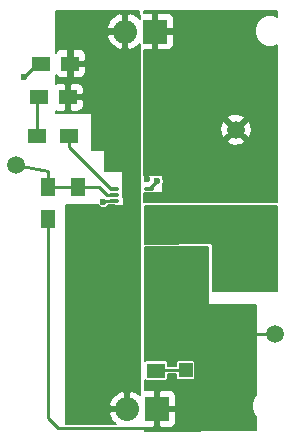
<source format=gtl>
G04 #@! TF.FileFunction,Copper,L1,Top,Signal*
%FSLAX46Y46*%
G04 Gerber Fmt 4.6, Leading zero omitted, Abs format (unit mm)*
G04 Created by KiCad (PCBNEW 4.0.5) date Sunday, February 19, 2017 'PMt' 07:14:27 PM*
%MOMM*%
%LPD*%
G01*
G04 APERTURE LIST*
%ADD10C,0.100000*%
%ADD11R,1.500000X1.250000*%
%ADD12R,6.300000X0.950000*%
%ADD13R,1.166000X2.200000*%
%ADD14R,2.032000X2.032000*%
%ADD15O,2.032000X2.032000*%
%ADD16R,1.500000X1.300000*%
%ADD17R,1.300000X1.500000*%
%ADD18C,0.400000*%
%ADD19O,0.850000X0.280000*%
%ADD20R,0.280000X3.800000*%
%ADD21R,1.650000X2.400000*%
%ADD22R,2.000000X1.600000*%
%ADD23R,3.500120X1.800860*%
%ADD24R,1.198880X1.198880*%
%ADD25C,1.500000*%
%ADD26C,0.600000*%
%ADD27C,0.250000*%
%ADD28C,0.152400*%
G04 APERTURE END LIST*
D10*
D11*
X164597400Y-115697000D03*
X162097400Y-115697000D03*
X154706000Y-107543600D03*
X157206000Y-107543600D03*
X154502800Y-110388400D03*
X157002800Y-110388400D03*
D10*
G36*
X172694772Y-116114973D02*
X174171349Y-117310681D01*
X173542028Y-118087827D01*
X172065451Y-116892119D01*
X172694772Y-116114973D01*
X172694772Y-116114973D01*
G37*
G36*
X170651349Y-116882119D02*
X169174772Y-118077827D01*
X168545451Y-117300681D01*
X170022028Y-116104973D01*
X170651349Y-116882119D01*
X170651349Y-116882119D01*
G37*
G36*
X174171349Y-120992119D02*
X172694772Y-122187827D01*
X172065451Y-121410681D01*
X173542028Y-120214973D01*
X174171349Y-120992119D01*
X174171349Y-120992119D01*
G37*
D12*
X171348400Y-116476400D03*
X171348400Y-121826400D03*
D13*
X168781400Y-121201400D03*
X168781400Y-117101400D03*
X173915400Y-121201400D03*
X173915400Y-117101400D03*
D10*
G36*
X169164772Y-120214973D02*
X170641349Y-121410681D01*
X170012028Y-122187827D01*
X168535451Y-120992119D01*
X169164772Y-120214973D01*
X169164772Y-120214973D01*
G37*
D14*
X164388800Y-104825800D03*
D15*
X161848800Y-104825800D03*
D14*
X164566600Y-136804400D03*
D15*
X162026600Y-136804400D03*
D16*
X157077400Y-113690400D03*
X154377400Y-113690400D03*
D17*
X155295600Y-120679200D03*
X155295600Y-117979200D03*
X157835600Y-117953800D03*
X157835600Y-120653800D03*
D18*
X161885695Y-118407000D03*
X162885695Y-118407000D03*
X161885695Y-119907000D03*
X162885695Y-119907000D03*
D19*
X163860695Y-118157000D03*
X163860695Y-118657000D03*
X163860695Y-120157000D03*
X163860695Y-119657000D03*
X160910695Y-118157000D03*
X160910695Y-118657000D03*
X160910695Y-120157000D03*
X160910695Y-119657000D03*
X160910695Y-119157000D03*
D20*
X162135695Y-119157000D03*
D21*
X162385695Y-119157000D03*
D20*
X162635695Y-119157000D03*
D19*
X163860695Y-119157000D03*
D18*
X162385695Y-119157000D03*
D22*
X165220400Y-109982000D03*
X161220400Y-109982000D03*
X165245800Y-112801400D03*
X161245800Y-112801400D03*
X165296600Y-128955800D03*
X161296600Y-128955800D03*
D23*
X166359840Y-125349000D03*
X171358560Y-125349000D03*
D24*
X169044620Y-133502400D03*
X166946580Y-133502400D03*
D16*
X164468800Y-133527800D03*
X161768800Y-133527800D03*
D25*
X171221400Y-113131600D03*
X152577800Y-116154200D03*
X174548800Y-130454400D03*
D26*
X164566600Y-117500400D03*
X153238200Y-108661200D03*
X159994600Y-119234400D03*
X163703000Y-117297200D03*
D27*
X164566600Y-117500400D02*
X164517295Y-117500400D01*
X164517295Y-117500400D02*
X163860695Y-118157000D01*
X154706000Y-107543600D02*
X154355800Y-107543600D01*
X154355800Y-107543600D02*
X153238200Y-108661200D01*
X154706000Y-107543600D02*
X154584400Y-107543600D01*
X154377400Y-113690400D02*
X154377400Y-110513800D01*
X154377400Y-110513800D02*
X154502800Y-110388400D01*
X157955400Y-115468400D02*
X157955400Y-115486705D01*
X157955400Y-115486705D02*
X160625695Y-118157000D01*
X160625695Y-118157000D02*
X160910695Y-118157000D01*
X157077400Y-113690400D02*
X157077400Y-114590400D01*
X157077400Y-114590400D02*
X157955400Y-115468400D01*
X163703000Y-117297200D02*
X163703000Y-116743800D01*
X160072000Y-119157000D02*
X159994600Y-119234400D01*
X160910695Y-119157000D02*
X160072000Y-119157000D01*
X163703000Y-116743800D02*
X164597400Y-115697000D01*
X173118400Y-117101400D02*
X173915400Y-117101400D01*
X168781400Y-117101400D02*
X169588400Y-117101400D01*
X169588400Y-117101400D02*
X170213400Y-116476400D01*
X170213400Y-116476400D02*
X172493400Y-116476400D01*
X172493400Y-116476400D02*
X173118400Y-117101400D01*
X163860695Y-118657000D02*
X163860695Y-119157000D01*
X168781400Y-117101400D02*
X167948400Y-117101400D01*
X164535695Y-118657000D02*
X163860695Y-118657000D01*
X167948400Y-117101400D02*
X166392800Y-118657000D01*
X166392800Y-118657000D02*
X164535695Y-118657000D01*
X174548800Y-130454400D02*
X172092620Y-130454400D01*
X172092620Y-130454400D02*
X169044620Y-133502400D01*
X155295600Y-120679200D02*
X155295600Y-137541000D01*
X155295600Y-137541000D02*
X156159200Y-138404600D01*
X156159200Y-138404600D02*
X164232400Y-138404600D01*
X164232400Y-138404600D02*
X164566600Y-138070400D01*
X164566600Y-138070400D02*
X164566600Y-136804400D01*
X157835600Y-117953800D02*
X159609800Y-117953800D01*
X160313000Y-118657000D02*
X160910695Y-118657000D01*
X159609800Y-117953800D02*
X160313000Y-118657000D01*
X152577800Y-116154200D02*
X155295600Y-116611400D01*
X155295600Y-116611400D02*
X155295600Y-117979200D01*
X157835600Y-117953800D02*
X154787600Y-117953800D01*
X166946580Y-133502400D02*
X164494200Y-133502400D01*
X164494200Y-133502400D02*
X164468800Y-133527800D01*
X173915400Y-121201400D02*
X173118400Y-121201400D01*
X173118400Y-121201400D02*
X172493400Y-121826400D01*
X172493400Y-121826400D02*
X171348400Y-121826400D01*
X168781400Y-121201400D02*
X169588400Y-121201400D01*
X169588400Y-121201400D02*
X170213400Y-121826400D01*
X170213400Y-121826400D02*
X171348400Y-121826400D01*
D28*
G36*
X163051229Y-103099212D02*
X163051554Y-103791087D01*
X162639714Y-103434709D01*
X162273187Y-103282901D01*
X162026600Y-103382561D01*
X162026600Y-104648000D01*
X162046600Y-104648000D01*
X162046600Y-105003600D01*
X162026600Y-105003600D01*
X162026600Y-106269039D01*
X162273187Y-106368699D01*
X162639714Y-106216891D01*
X163052524Y-105859673D01*
X163058584Y-118771529D01*
X162913067Y-118771049D01*
X162527116Y-119157000D01*
X162913067Y-119542951D01*
X163058945Y-119542470D01*
X163066494Y-135628760D01*
X162817514Y-135413309D01*
X162450987Y-135261501D01*
X162204400Y-135361161D01*
X162204400Y-136626600D01*
X162224400Y-136626600D01*
X162224400Y-136982200D01*
X162204400Y-136982200D01*
X162204400Y-137002200D01*
X161848800Y-137002200D01*
X161848800Y-136982200D01*
X160582346Y-136982200D01*
X160483689Y-137228789D01*
X160763543Y-137786931D01*
X161068708Y-138051000D01*
X156795229Y-138051000D01*
X156797419Y-136380011D01*
X160483689Y-136380011D01*
X160582346Y-136626600D01*
X161848800Y-136626600D01*
X161848800Y-135361161D01*
X161602213Y-135261501D01*
X161235686Y-135413309D01*
X160763543Y-135821869D01*
X160483689Y-136380011D01*
X156797419Y-136380011D01*
X156819500Y-119532800D01*
X159559900Y-119547147D01*
X159694781Y-119682264D01*
X159888994Y-119762908D01*
X160099284Y-119763092D01*
X160289801Y-119684372D01*
X161999744Y-119684372D01*
X162000315Y-119857560D01*
X162297743Y-119951711D01*
X162608560Y-119924875D01*
X162771075Y-119857560D01*
X162771646Y-119684372D01*
X162385695Y-119298421D01*
X161999744Y-119684372D01*
X160289801Y-119684372D01*
X160293637Y-119682787D01*
X160424976Y-119551676D01*
X161594401Y-119557799D01*
X161624078Y-119551951D01*
X161649142Y-119535017D01*
X161665643Y-119509667D01*
X161667517Y-119499847D01*
X161685135Y-119542380D01*
X161858323Y-119542951D01*
X162244274Y-119157000D01*
X161858323Y-118771049D01*
X161685135Y-118771620D01*
X161671000Y-118816273D01*
X161671000Y-118629628D01*
X161999744Y-118629628D01*
X162385695Y-119015579D01*
X162771646Y-118629628D01*
X162771075Y-118456440D01*
X162473647Y-118362289D01*
X162162830Y-118389125D01*
X162000315Y-118456440D01*
X161999744Y-118629628D01*
X161671000Y-118629628D01*
X161671000Y-116713000D01*
X161664997Y-116683354D01*
X161647932Y-116658379D01*
X161622495Y-116642011D01*
X161594800Y-116636800D01*
X160145910Y-116636800D01*
X160120785Y-114892876D01*
X160114355Y-114863320D01*
X160096933Y-114838594D01*
X160071263Y-114822594D01*
X160044755Y-114817774D01*
X159044804Y-114815649D01*
X159054800Y-111811054D01*
X159048895Y-111781388D01*
X159031913Y-111756356D01*
X159006531Y-111739904D01*
X158978643Y-111734600D01*
X155956000Y-111732910D01*
X155956000Y-111522795D01*
X156136595Y-111597600D01*
X156678950Y-111597600D01*
X156825000Y-111451550D01*
X156825000Y-110566200D01*
X157180600Y-110566200D01*
X157180600Y-111451550D01*
X157326650Y-111597600D01*
X157869005Y-111597600D01*
X158083723Y-111508661D01*
X158248061Y-111344322D01*
X158337000Y-111129604D01*
X158337000Y-110712250D01*
X158190950Y-110566200D01*
X157180600Y-110566200D01*
X156825000Y-110566200D01*
X156805000Y-110566200D01*
X156805000Y-110210600D01*
X156825000Y-110210600D01*
X156825000Y-109325250D01*
X157180600Y-109325250D01*
X157180600Y-110210600D01*
X158190950Y-110210600D01*
X158337000Y-110064550D01*
X158337000Y-109647196D01*
X158248061Y-109432478D01*
X158083723Y-109268139D01*
X157869005Y-109179200D01*
X157326650Y-109179200D01*
X157180600Y-109325250D01*
X156825000Y-109325250D01*
X156678950Y-109179200D01*
X156136595Y-109179200D01*
X155956000Y-109254005D01*
X155956000Y-108488081D01*
X155960739Y-108499522D01*
X156125077Y-108663861D01*
X156339795Y-108752800D01*
X156882150Y-108752800D01*
X157028200Y-108606750D01*
X157028200Y-107721400D01*
X157383800Y-107721400D01*
X157383800Y-108606750D01*
X157529850Y-108752800D01*
X158072205Y-108752800D01*
X158286923Y-108663861D01*
X158451261Y-108499522D01*
X158540200Y-108284804D01*
X158540200Y-107867450D01*
X158394150Y-107721400D01*
X157383800Y-107721400D01*
X157028200Y-107721400D01*
X157008200Y-107721400D01*
X157008200Y-107365800D01*
X157028200Y-107365800D01*
X157028200Y-106480450D01*
X157383800Y-106480450D01*
X157383800Y-107365800D01*
X158394150Y-107365800D01*
X158540200Y-107219750D01*
X158540200Y-106802396D01*
X158451261Y-106587678D01*
X158286923Y-106423339D01*
X158072205Y-106334400D01*
X157529850Y-106334400D01*
X157383800Y-106480450D01*
X157028200Y-106480450D01*
X156882150Y-106334400D01*
X156339795Y-106334400D01*
X156125077Y-106423339D01*
X155960739Y-106587678D01*
X155956000Y-106599119D01*
X155956000Y-105250189D01*
X160305889Y-105250189D01*
X160585743Y-105808331D01*
X161057886Y-106216891D01*
X161424413Y-106368699D01*
X161671000Y-106269039D01*
X161671000Y-105003600D01*
X160404546Y-105003600D01*
X160305889Y-105250189D01*
X155956000Y-105250189D01*
X155956000Y-104401411D01*
X160305889Y-104401411D01*
X160404546Y-104648000D01*
X161671000Y-104648000D01*
X161671000Y-103382561D01*
X161424413Y-103282901D01*
X161057886Y-103434709D01*
X160585743Y-103843269D01*
X160305889Y-104401411D01*
X155956000Y-104401411D01*
X155956000Y-103073476D01*
X163051229Y-103099212D01*
X163051229Y-103099212D01*
G37*
X163051229Y-103099212D02*
X163051554Y-103791087D01*
X162639714Y-103434709D01*
X162273187Y-103282901D01*
X162026600Y-103382561D01*
X162026600Y-104648000D01*
X162046600Y-104648000D01*
X162046600Y-105003600D01*
X162026600Y-105003600D01*
X162026600Y-106269039D01*
X162273187Y-106368699D01*
X162639714Y-106216891D01*
X163052524Y-105859673D01*
X163058584Y-118771529D01*
X162913067Y-118771049D01*
X162527116Y-119157000D01*
X162913067Y-119542951D01*
X163058945Y-119542470D01*
X163066494Y-135628760D01*
X162817514Y-135413309D01*
X162450987Y-135261501D01*
X162204400Y-135361161D01*
X162204400Y-136626600D01*
X162224400Y-136626600D01*
X162224400Y-136982200D01*
X162204400Y-136982200D01*
X162204400Y-137002200D01*
X161848800Y-137002200D01*
X161848800Y-136982200D01*
X160582346Y-136982200D01*
X160483689Y-137228789D01*
X160763543Y-137786931D01*
X161068708Y-138051000D01*
X156795229Y-138051000D01*
X156797419Y-136380011D01*
X160483689Y-136380011D01*
X160582346Y-136626600D01*
X161848800Y-136626600D01*
X161848800Y-135361161D01*
X161602213Y-135261501D01*
X161235686Y-135413309D01*
X160763543Y-135821869D01*
X160483689Y-136380011D01*
X156797419Y-136380011D01*
X156819500Y-119532800D01*
X159559900Y-119547147D01*
X159694781Y-119682264D01*
X159888994Y-119762908D01*
X160099284Y-119763092D01*
X160289801Y-119684372D01*
X161999744Y-119684372D01*
X162000315Y-119857560D01*
X162297743Y-119951711D01*
X162608560Y-119924875D01*
X162771075Y-119857560D01*
X162771646Y-119684372D01*
X162385695Y-119298421D01*
X161999744Y-119684372D01*
X160289801Y-119684372D01*
X160293637Y-119682787D01*
X160424976Y-119551676D01*
X161594401Y-119557799D01*
X161624078Y-119551951D01*
X161649142Y-119535017D01*
X161665643Y-119509667D01*
X161667517Y-119499847D01*
X161685135Y-119542380D01*
X161858323Y-119542951D01*
X162244274Y-119157000D01*
X161858323Y-118771049D01*
X161685135Y-118771620D01*
X161671000Y-118816273D01*
X161671000Y-118629628D01*
X161999744Y-118629628D01*
X162385695Y-119015579D01*
X162771646Y-118629628D01*
X162771075Y-118456440D01*
X162473647Y-118362289D01*
X162162830Y-118389125D01*
X162000315Y-118456440D01*
X161999744Y-118629628D01*
X161671000Y-118629628D01*
X161671000Y-116713000D01*
X161664997Y-116683354D01*
X161647932Y-116658379D01*
X161622495Y-116642011D01*
X161594800Y-116636800D01*
X160145910Y-116636800D01*
X160120785Y-114892876D01*
X160114355Y-114863320D01*
X160096933Y-114838594D01*
X160071263Y-114822594D01*
X160044755Y-114817774D01*
X159044804Y-114815649D01*
X159054800Y-111811054D01*
X159048895Y-111781388D01*
X159031913Y-111756356D01*
X159006531Y-111739904D01*
X158978643Y-111734600D01*
X155956000Y-111732910D01*
X155956000Y-111522795D01*
X156136595Y-111597600D01*
X156678950Y-111597600D01*
X156825000Y-111451550D01*
X156825000Y-110566200D01*
X157180600Y-110566200D01*
X157180600Y-111451550D01*
X157326650Y-111597600D01*
X157869005Y-111597600D01*
X158083723Y-111508661D01*
X158248061Y-111344322D01*
X158337000Y-111129604D01*
X158337000Y-110712250D01*
X158190950Y-110566200D01*
X157180600Y-110566200D01*
X156825000Y-110566200D01*
X156805000Y-110566200D01*
X156805000Y-110210600D01*
X156825000Y-110210600D01*
X156825000Y-109325250D01*
X157180600Y-109325250D01*
X157180600Y-110210600D01*
X158190950Y-110210600D01*
X158337000Y-110064550D01*
X158337000Y-109647196D01*
X158248061Y-109432478D01*
X158083723Y-109268139D01*
X157869005Y-109179200D01*
X157326650Y-109179200D01*
X157180600Y-109325250D01*
X156825000Y-109325250D01*
X156678950Y-109179200D01*
X156136595Y-109179200D01*
X155956000Y-109254005D01*
X155956000Y-108488081D01*
X155960739Y-108499522D01*
X156125077Y-108663861D01*
X156339795Y-108752800D01*
X156882150Y-108752800D01*
X157028200Y-108606750D01*
X157028200Y-107721400D01*
X157383800Y-107721400D01*
X157383800Y-108606750D01*
X157529850Y-108752800D01*
X158072205Y-108752800D01*
X158286923Y-108663861D01*
X158451261Y-108499522D01*
X158540200Y-108284804D01*
X158540200Y-107867450D01*
X158394150Y-107721400D01*
X157383800Y-107721400D01*
X157028200Y-107721400D01*
X157008200Y-107721400D01*
X157008200Y-107365800D01*
X157028200Y-107365800D01*
X157028200Y-106480450D01*
X157383800Y-106480450D01*
X157383800Y-107365800D01*
X158394150Y-107365800D01*
X158540200Y-107219750D01*
X158540200Y-106802396D01*
X158451261Y-106587678D01*
X158286923Y-106423339D01*
X158072205Y-106334400D01*
X157529850Y-106334400D01*
X157383800Y-106480450D01*
X157028200Y-106480450D01*
X156882150Y-106334400D01*
X156339795Y-106334400D01*
X156125077Y-106423339D01*
X155960739Y-106587678D01*
X155956000Y-106599119D01*
X155956000Y-105250189D01*
X160305889Y-105250189D01*
X160585743Y-105808331D01*
X161057886Y-106216891D01*
X161424413Y-106368699D01*
X161671000Y-106269039D01*
X161671000Y-105003600D01*
X160404546Y-105003600D01*
X160305889Y-105250189D01*
X155956000Y-105250189D01*
X155956000Y-104401411D01*
X160305889Y-104401411D01*
X160404546Y-104648000D01*
X161671000Y-104648000D01*
X161671000Y-103382561D01*
X161424413Y-103282901D01*
X161057886Y-103434709D01*
X160585743Y-103843269D01*
X160305889Y-104401411D01*
X155956000Y-104401411D01*
X155956000Y-103073476D01*
X163051229Y-103099212D01*
G36*
X168884600Y-127939800D02*
X168890603Y-127969446D01*
X168907668Y-127994421D01*
X168933105Y-128010789D01*
X168960800Y-128016000D01*
X172897800Y-128016000D01*
X172897800Y-135611230D01*
X172737324Y-135771426D01*
X172534631Y-136259566D01*
X172534170Y-136788115D01*
X172736011Y-137276608D01*
X172897800Y-137438680D01*
X172897800Y-138582603D01*
X163525200Y-138607596D01*
X163525200Y-138404600D01*
X164242750Y-138404600D01*
X164388800Y-138258550D01*
X164388800Y-136982200D01*
X164744400Y-136982200D01*
X164744400Y-138258550D01*
X164890450Y-138404600D01*
X165698804Y-138404600D01*
X165913522Y-138315661D01*
X166077861Y-138151323D01*
X166166800Y-137936605D01*
X166166800Y-137128250D01*
X166020750Y-136982200D01*
X164744400Y-136982200D01*
X164388800Y-136982200D01*
X164368800Y-136982200D01*
X164368800Y-136626600D01*
X164388800Y-136626600D01*
X164388800Y-135350250D01*
X164744400Y-135350250D01*
X164744400Y-136626600D01*
X166020750Y-136626600D01*
X166166800Y-136480550D01*
X166166800Y-135672195D01*
X166077861Y-135457477D01*
X165913522Y-135293139D01*
X165698804Y-135204200D01*
X164890450Y-135204200D01*
X164744400Y-135350250D01*
X164388800Y-135350250D01*
X164242750Y-135204200D01*
X163525200Y-135204200D01*
X163525200Y-134299093D01*
X163551728Y-134340318D01*
X163628120Y-134392515D01*
X163718800Y-134410878D01*
X165218800Y-134410878D01*
X165303514Y-134394938D01*
X165381318Y-134344872D01*
X165433515Y-134268480D01*
X165451878Y-134177800D01*
X165451878Y-133856000D01*
X166114062Y-133856000D01*
X166114062Y-134101840D01*
X166130002Y-134186554D01*
X166180068Y-134264358D01*
X166256460Y-134316555D01*
X166347140Y-134334918D01*
X167546020Y-134334918D01*
X167630734Y-134318978D01*
X167708538Y-134268912D01*
X167760735Y-134192520D01*
X167779098Y-134101840D01*
X167779098Y-132902960D01*
X167763158Y-132818246D01*
X167713092Y-132740442D01*
X167636700Y-132688245D01*
X167546020Y-132669882D01*
X166347140Y-132669882D01*
X166262426Y-132685822D01*
X166184622Y-132735888D01*
X166132425Y-132812280D01*
X166114062Y-132902960D01*
X166114062Y-133148800D01*
X165451878Y-133148800D01*
X165451878Y-132877800D01*
X165435938Y-132793086D01*
X165385872Y-132715282D01*
X165309480Y-132663085D01*
X165218800Y-132644722D01*
X163718800Y-132644722D01*
X163634086Y-132660662D01*
X163556282Y-132710728D01*
X163525200Y-132756218D01*
X163525200Y-123088400D01*
X168884600Y-123088400D01*
X168884600Y-127939800D01*
X168884600Y-127939800D01*
G37*
X168884600Y-127939800D02*
X168890603Y-127969446D01*
X168907668Y-127994421D01*
X168933105Y-128010789D01*
X168960800Y-128016000D01*
X172897800Y-128016000D01*
X172897800Y-135611230D01*
X172737324Y-135771426D01*
X172534631Y-136259566D01*
X172534170Y-136788115D01*
X172736011Y-137276608D01*
X172897800Y-137438680D01*
X172897800Y-138582603D01*
X163525200Y-138607596D01*
X163525200Y-138404600D01*
X164242750Y-138404600D01*
X164388800Y-138258550D01*
X164388800Y-136982200D01*
X164744400Y-136982200D01*
X164744400Y-138258550D01*
X164890450Y-138404600D01*
X165698804Y-138404600D01*
X165913522Y-138315661D01*
X166077861Y-138151323D01*
X166166800Y-137936605D01*
X166166800Y-137128250D01*
X166020750Y-136982200D01*
X164744400Y-136982200D01*
X164388800Y-136982200D01*
X164368800Y-136982200D01*
X164368800Y-136626600D01*
X164388800Y-136626600D01*
X164388800Y-135350250D01*
X164744400Y-135350250D01*
X164744400Y-136626600D01*
X166020750Y-136626600D01*
X166166800Y-136480550D01*
X166166800Y-135672195D01*
X166077861Y-135457477D01*
X165913522Y-135293139D01*
X165698804Y-135204200D01*
X164890450Y-135204200D01*
X164744400Y-135350250D01*
X164388800Y-135350250D01*
X164242750Y-135204200D01*
X163525200Y-135204200D01*
X163525200Y-134299093D01*
X163551728Y-134340318D01*
X163628120Y-134392515D01*
X163718800Y-134410878D01*
X165218800Y-134410878D01*
X165303514Y-134394938D01*
X165381318Y-134344872D01*
X165433515Y-134268480D01*
X165451878Y-134177800D01*
X165451878Y-133856000D01*
X166114062Y-133856000D01*
X166114062Y-134101840D01*
X166130002Y-134186554D01*
X166180068Y-134264358D01*
X166256460Y-134316555D01*
X166347140Y-134334918D01*
X167546020Y-134334918D01*
X167630734Y-134318978D01*
X167708538Y-134268912D01*
X167760735Y-134192520D01*
X167779098Y-134101840D01*
X167779098Y-132902960D01*
X167763158Y-132818246D01*
X167713092Y-132740442D01*
X167636700Y-132688245D01*
X167546020Y-132669882D01*
X166347140Y-132669882D01*
X166262426Y-132685822D01*
X166184622Y-132735888D01*
X166132425Y-132812280D01*
X166114062Y-132902960D01*
X166114062Y-133148800D01*
X165451878Y-133148800D01*
X165451878Y-132877800D01*
X165435938Y-132793086D01*
X165385872Y-132715282D01*
X165309480Y-132663085D01*
X165218800Y-132644722D01*
X163718800Y-132644722D01*
X163634086Y-132660662D01*
X163556282Y-132710728D01*
X163525200Y-132756218D01*
X163525200Y-123088400D01*
X168884600Y-123088400D01*
X168884600Y-127939800D01*
G36*
X174675800Y-126771400D02*
X169240200Y-126771400D01*
X169240200Y-122834400D01*
X169234197Y-122804754D01*
X169217132Y-122779779D01*
X169191695Y-122763411D01*
X169163663Y-122758201D01*
X163499450Y-122783264D01*
X163484904Y-119607348D01*
X164948251Y-119583200D01*
X174675800Y-119583200D01*
X174675800Y-126771400D01*
X174675800Y-126771400D01*
G37*
X174675800Y-126771400D02*
X169240200Y-126771400D01*
X169240200Y-122834400D01*
X169234197Y-122804754D01*
X169217132Y-122779779D01*
X169191695Y-122763411D01*
X169163663Y-122758201D01*
X163499450Y-122783264D01*
X163484904Y-119607348D01*
X164948251Y-119583200D01*
X174675800Y-119583200D01*
X174675800Y-126771400D01*
G36*
X174675800Y-103568447D02*
X174382434Y-103446631D01*
X173853885Y-103446170D01*
X173365392Y-103648011D01*
X172991324Y-104021426D01*
X172788631Y-104509566D01*
X172788170Y-105038115D01*
X172990011Y-105526608D01*
X173363426Y-105900676D01*
X173851566Y-106103369D01*
X174380115Y-106103830D01*
X174675800Y-105981656D01*
X174675800Y-119227600D01*
X163443773Y-119227600D01*
X163443773Y-118501906D01*
X163562890Y-118525600D01*
X164158500Y-118525600D01*
X164299557Y-118497542D01*
X164347362Y-118465600D01*
X164998400Y-118465600D01*
X165028046Y-118459597D01*
X165053021Y-118442532D01*
X165069389Y-118417095D01*
X165074600Y-118389400D01*
X165074600Y-117655395D01*
X165095108Y-117606006D01*
X165095292Y-117395716D01*
X165074600Y-117345638D01*
X165074600Y-117017800D01*
X165068597Y-116988154D01*
X165051532Y-116963179D01*
X165026095Y-116946811D01*
X164998552Y-116941600D01*
X163398200Y-116938414D01*
X163398200Y-114106701D01*
X170497746Y-114106701D01*
X170572515Y-114327204D01*
X171079446Y-114484512D01*
X171607989Y-114435851D01*
X171870285Y-114327204D01*
X171945054Y-114106701D01*
X171221400Y-113383047D01*
X170497746Y-114106701D01*
X163398200Y-114106701D01*
X163398200Y-112989646D01*
X169868488Y-112989646D01*
X169917149Y-113518189D01*
X170025796Y-113780485D01*
X170246299Y-113855254D01*
X170969953Y-113131600D01*
X171472847Y-113131600D01*
X172196501Y-113855254D01*
X172417004Y-113780485D01*
X172574312Y-113273554D01*
X172525651Y-112745011D01*
X172417004Y-112482715D01*
X172196501Y-112407946D01*
X171472847Y-113131600D01*
X170969953Y-113131600D01*
X170246299Y-112407946D01*
X170025796Y-112482715D01*
X169868488Y-112989646D01*
X163398200Y-112989646D01*
X163398200Y-112156499D01*
X170497746Y-112156499D01*
X171221400Y-112880153D01*
X171945054Y-112156499D01*
X171870285Y-111935996D01*
X171363354Y-111778688D01*
X170834811Y-111827349D01*
X170572515Y-111935996D01*
X170497746Y-112156499D01*
X163398200Y-112156499D01*
X163398200Y-106426000D01*
X164064950Y-106426000D01*
X164211000Y-106279950D01*
X164211000Y-105003600D01*
X164566600Y-105003600D01*
X164566600Y-106279950D01*
X164712650Y-106426000D01*
X165521004Y-106426000D01*
X165735722Y-106337061D01*
X165900061Y-106172723D01*
X165989000Y-105958005D01*
X165989000Y-105149650D01*
X165842950Y-105003600D01*
X164566600Y-105003600D01*
X164211000Y-105003600D01*
X164191000Y-105003600D01*
X164191000Y-104648000D01*
X164211000Y-104648000D01*
X164211000Y-103371650D01*
X164566600Y-103371650D01*
X164566600Y-104648000D01*
X165842950Y-104648000D01*
X165989000Y-104501950D01*
X165989000Y-103693595D01*
X165900061Y-103478877D01*
X165735722Y-103314539D01*
X165521004Y-103225600D01*
X164712650Y-103225600D01*
X164566600Y-103371650D01*
X164211000Y-103371650D01*
X164064950Y-103225600D01*
X163398200Y-103225600D01*
X163398200Y-103072000D01*
X174675800Y-103072000D01*
X174675800Y-103568447D01*
X174675800Y-103568447D01*
G37*
X174675800Y-103568447D02*
X174382434Y-103446631D01*
X173853885Y-103446170D01*
X173365392Y-103648011D01*
X172991324Y-104021426D01*
X172788631Y-104509566D01*
X172788170Y-105038115D01*
X172990011Y-105526608D01*
X173363426Y-105900676D01*
X173851566Y-106103369D01*
X174380115Y-106103830D01*
X174675800Y-105981656D01*
X174675800Y-119227600D01*
X163443773Y-119227600D01*
X163443773Y-118501906D01*
X163562890Y-118525600D01*
X164158500Y-118525600D01*
X164299557Y-118497542D01*
X164347362Y-118465600D01*
X164998400Y-118465600D01*
X165028046Y-118459597D01*
X165053021Y-118442532D01*
X165069389Y-118417095D01*
X165074600Y-118389400D01*
X165074600Y-117655395D01*
X165095108Y-117606006D01*
X165095292Y-117395716D01*
X165074600Y-117345638D01*
X165074600Y-117017800D01*
X165068597Y-116988154D01*
X165051532Y-116963179D01*
X165026095Y-116946811D01*
X164998552Y-116941600D01*
X163398200Y-116938414D01*
X163398200Y-114106701D01*
X170497746Y-114106701D01*
X170572515Y-114327204D01*
X171079446Y-114484512D01*
X171607989Y-114435851D01*
X171870285Y-114327204D01*
X171945054Y-114106701D01*
X171221400Y-113383047D01*
X170497746Y-114106701D01*
X163398200Y-114106701D01*
X163398200Y-112989646D01*
X169868488Y-112989646D01*
X169917149Y-113518189D01*
X170025796Y-113780485D01*
X170246299Y-113855254D01*
X170969953Y-113131600D01*
X171472847Y-113131600D01*
X172196501Y-113855254D01*
X172417004Y-113780485D01*
X172574312Y-113273554D01*
X172525651Y-112745011D01*
X172417004Y-112482715D01*
X172196501Y-112407946D01*
X171472847Y-113131600D01*
X170969953Y-113131600D01*
X170246299Y-112407946D01*
X170025796Y-112482715D01*
X169868488Y-112989646D01*
X163398200Y-112989646D01*
X163398200Y-112156499D01*
X170497746Y-112156499D01*
X171221400Y-112880153D01*
X171945054Y-112156499D01*
X171870285Y-111935996D01*
X171363354Y-111778688D01*
X170834811Y-111827349D01*
X170572515Y-111935996D01*
X170497746Y-112156499D01*
X163398200Y-112156499D01*
X163398200Y-106426000D01*
X164064950Y-106426000D01*
X164211000Y-106279950D01*
X164211000Y-105003600D01*
X164566600Y-105003600D01*
X164566600Y-106279950D01*
X164712650Y-106426000D01*
X165521004Y-106426000D01*
X165735722Y-106337061D01*
X165900061Y-106172723D01*
X165989000Y-105958005D01*
X165989000Y-105149650D01*
X165842950Y-105003600D01*
X164566600Y-105003600D01*
X164211000Y-105003600D01*
X164191000Y-105003600D01*
X164191000Y-104648000D01*
X164211000Y-104648000D01*
X164211000Y-103371650D01*
X164566600Y-103371650D01*
X164566600Y-104648000D01*
X165842950Y-104648000D01*
X165989000Y-104501950D01*
X165989000Y-103693595D01*
X165900061Y-103478877D01*
X165735722Y-103314539D01*
X165521004Y-103225600D01*
X164712650Y-103225600D01*
X164566600Y-103371650D01*
X164211000Y-103371650D01*
X164064950Y-103225600D01*
X163398200Y-103225600D01*
X163398200Y-103072000D01*
X174675800Y-103072000D01*
X174675800Y-103568447D01*
M02*

</source>
